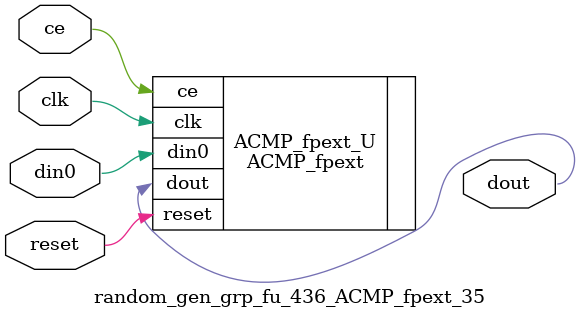
<source format=v>

`timescale 1 ns / 1 ps
module random_gen_grp_fu_436_ACMP_fpext_35(
    clk,
    reset,
    ce,
    din0,
    dout);

parameter ID = 32'd1;
parameter NUM_STAGE = 32'd1;
parameter din0_WIDTH = 32'd1;
parameter dout_WIDTH = 32'd1;
input clk;
input reset;
input ce;
input[din0_WIDTH - 1:0] din0;
output[dout_WIDTH - 1:0] dout;



ACMP_fpext #(
.ID( ID ),
.NUM_STAGE( 2 ),
.din0_WIDTH( din0_WIDTH ),
.dout_WIDTH( dout_WIDTH ))
ACMP_fpext_U(
    .clk( clk ),
    .reset( reset ),
    .ce( ce ),
    .din0( din0 ),
    .dout( dout ));

endmodule

</source>
